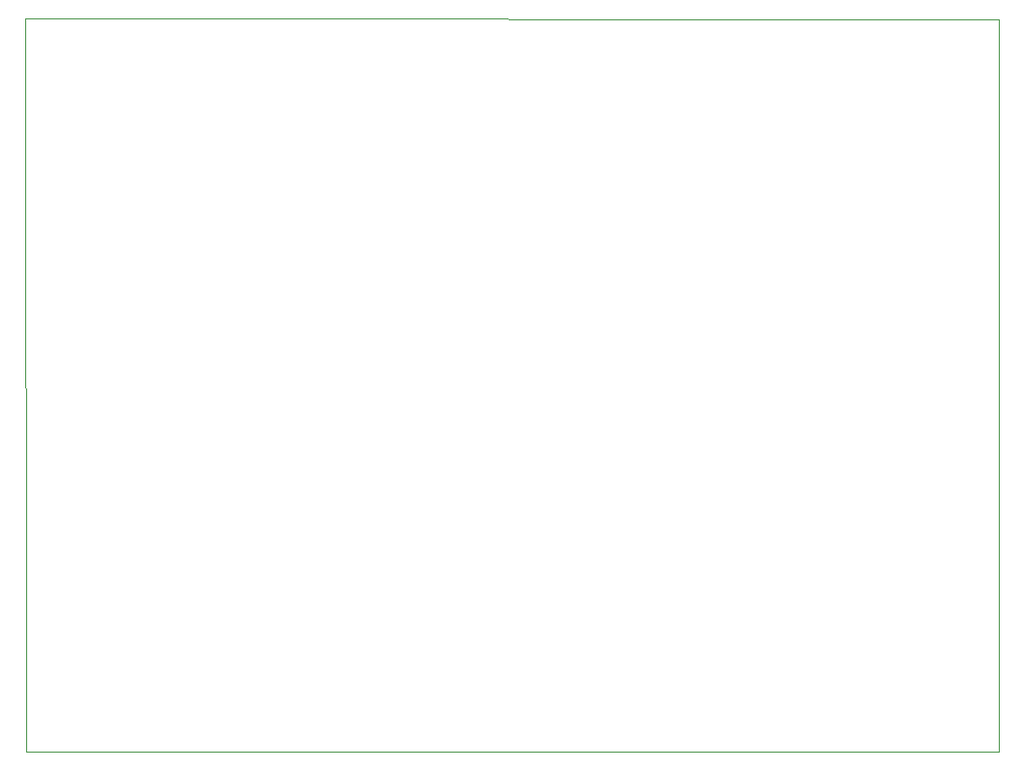
<source format=gbr>
%TF.GenerationSoftware,KiCad,Pcbnew,5.1.5+dfsg1-2build2*%
%TF.CreationDate,2021-08-20T16:46:53+02:00*%
%TF.ProjectId,sboxnet-weichenservo,73626f78-6e65-4742-9d77-65696368656e,rev?*%
%TF.SameCoordinates,Original*%
%TF.FileFunction,Profile,NP*%
%FSLAX46Y46*%
G04 Gerber Fmt 4.6, Leading zero omitted, Abs format (unit mm)*
G04 Created by KiCad (PCBNEW 5.1.5+dfsg1-2build2) date 2021-08-20 16:46:53*
%MOMM*%
%LPD*%
G04 APERTURE LIST*
%ADD10C,0.100000*%
G04 APERTURE END LIST*
D10*
X101550000Y-105425000D02*
X16425000Y-105400000D01*
X16500000Y-169500000D02*
X16425000Y-105400000D01*
X101500000Y-169500000D02*
X16500000Y-169500000D01*
X101550000Y-105425000D02*
X101500000Y-169500000D01*
M02*

</source>
